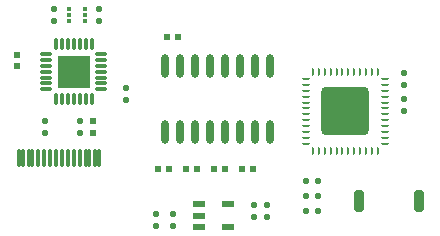
<source format=gtp>
G04*
G04 #@! TF.GenerationSoftware,Altium Limited,Altium Designer,21.9.2 (33)*
G04*
G04 Layer_Color=8421504*
%FSLAX25Y25*%
%MOIN*%
G70*
G04*
G04 #@! TF.SameCoordinates,B3B583D4-C640-4B2B-ADA5-D9C5F36933B9*
G04*
G04*
G04 #@! TF.FilePolarity,Positive*
G04*
G01*
G75*
G04:AMPARAMS|DCode=18|XSize=20mil|YSize=20mil|CornerRadius=5mil|HoleSize=0mil|Usage=FLASHONLY|Rotation=180.000|XOffset=0mil|YOffset=0mil|HoleType=Round|Shape=RoundedRectangle|*
%AMROUNDEDRECTD18*
21,1,0.02000,0.01000,0,0,180.0*
21,1,0.01000,0.02000,0,0,180.0*
1,1,0.01000,-0.00500,0.00500*
1,1,0.01000,0.00500,0.00500*
1,1,0.01000,0.00500,-0.00500*
1,1,0.01000,-0.00500,-0.00500*
%
%ADD18ROUNDEDRECTD18*%
%ADD19R,0.04134X0.02362*%
%ADD20R,0.01772X0.01181*%
%ADD21O,0.02400X0.08000*%
%ADD22R,0.02362X0.02165*%
G04:AMPARAMS|DCode=23|XSize=20mil|YSize=20mil|CornerRadius=5mil|HoleSize=0mil|Usage=FLASHONLY|Rotation=90.000|XOffset=0mil|YOffset=0mil|HoleType=Round|Shape=RoundedRectangle|*
%AMROUNDEDRECTD23*
21,1,0.02000,0.01000,0,0,90.0*
21,1,0.01000,0.02000,0,0,90.0*
1,1,0.01000,0.00500,0.00500*
1,1,0.01000,0.00500,-0.00500*
1,1,0.01000,-0.00500,-0.00500*
1,1,0.01000,-0.00500,0.00500*
%
%ADD23ROUNDEDRECTD23*%
%ADD24R,0.02165X0.02362*%
G04:AMPARAMS|DCode=25|XSize=12mil|YSize=38mil|CornerRadius=3mil|HoleSize=0mil|Usage=FLASHONLY|Rotation=0.000|XOffset=0mil|YOffset=0mil|HoleType=Round|Shape=RoundedRectangle|*
%AMROUNDEDRECTD25*
21,1,0.01200,0.03200,0,0,0.0*
21,1,0.00600,0.03800,0,0,0.0*
1,1,0.00600,0.00300,-0.01600*
1,1,0.00600,-0.00300,-0.01600*
1,1,0.00600,-0.00300,0.01600*
1,1,0.00600,0.00300,0.01600*
%
%ADD25ROUNDEDRECTD25*%
%ADD26R,0.11024X0.10630*%
G04:AMPARAMS|DCode=27|XSize=160mil|YSize=160mil|CornerRadius=16mil|HoleSize=0mil|Usage=FLASHONLY|Rotation=180.000|XOffset=0mil|YOffset=0mil|HoleType=Round|Shape=RoundedRectangle|*
%AMROUNDEDRECTD27*
21,1,0.16000,0.12800,0,0,180.0*
21,1,0.12800,0.16000,0,0,180.0*
1,1,0.03200,-0.06400,0.06400*
1,1,0.03200,0.06400,0.06400*
1,1,0.03200,0.06400,-0.06400*
1,1,0.03200,-0.06400,-0.06400*
%
%ADD27ROUNDEDRECTD27*%
G04:AMPARAMS|DCode=28|XSize=59.06mil|YSize=11.81mil|CornerRadius=2.95mil|HoleSize=0mil|Usage=FLASHONLY|Rotation=90.000|XOffset=0mil|YOffset=0mil|HoleType=Round|Shape=RoundedRectangle|*
%AMROUNDEDRECTD28*
21,1,0.05906,0.00591,0,0,90.0*
21,1,0.05315,0.01181,0,0,90.0*
1,1,0.00591,0.00295,0.02657*
1,1,0.00591,0.00295,-0.02657*
1,1,0.00591,-0.00295,-0.02657*
1,1,0.00591,-0.00295,0.02657*
%
%ADD28ROUNDEDRECTD28*%
G04:AMPARAMS|DCode=29|XSize=12mil|YSize=38mil|CornerRadius=3mil|HoleSize=0mil|Usage=FLASHONLY|Rotation=270.000|XOffset=0mil|YOffset=0mil|HoleType=Round|Shape=RoundedRectangle|*
%AMROUNDEDRECTD29*
21,1,0.01200,0.03200,0,0,270.0*
21,1,0.00600,0.03800,0,0,270.0*
1,1,0.00600,-0.01600,-0.00300*
1,1,0.00600,-0.01600,0.00300*
1,1,0.00600,0.01600,0.00300*
1,1,0.00600,0.01600,-0.00300*
%
%ADD29ROUNDEDRECTD29*%
G04:AMPARAMS|DCode=30|XSize=31.5mil|YSize=70.87mil|CornerRadius=7.87mil|HoleSize=0mil|Usage=FLASHONLY|Rotation=180.000|XOffset=0mil|YOffset=0mil|HoleType=Round|Shape=RoundedRectangle|*
%AMROUNDEDRECTD30*
21,1,0.03150,0.05512,0,0,180.0*
21,1,0.01575,0.07087,0,0,180.0*
1,1,0.01575,-0.00787,0.02756*
1,1,0.01575,0.00787,0.02756*
1,1,0.01575,0.00787,-0.02756*
1,1,0.01575,-0.00787,-0.02756*
%
%ADD30ROUNDEDRECTD30*%
G04:AMPARAMS|DCode=31|XSize=26.57mil|YSize=9.84mil|CornerRadius=2.46mil|HoleSize=0mil|Usage=FLASHONLY|Rotation=270.000|XOffset=0mil|YOffset=0mil|HoleType=Round|Shape=RoundedRectangle|*
%AMROUNDEDRECTD31*
21,1,0.02657,0.00492,0,0,270.0*
21,1,0.02165,0.00984,0,0,270.0*
1,1,0.00492,-0.00246,-0.01083*
1,1,0.00492,-0.00246,0.01083*
1,1,0.00492,0.00246,0.01083*
1,1,0.00492,0.00246,-0.01083*
%
%ADD31ROUNDEDRECTD31*%
G04:AMPARAMS|DCode=32|XSize=26.57mil|YSize=9.84mil|CornerRadius=2.46mil|HoleSize=0mil|Usage=FLASHONLY|Rotation=180.000|XOffset=0mil|YOffset=0mil|HoleType=Round|Shape=RoundedRectangle|*
%AMROUNDEDRECTD32*
21,1,0.02657,0.00492,0,0,180.0*
21,1,0.02165,0.00984,0,0,180.0*
1,1,0.00492,-0.01083,0.00246*
1,1,0.00492,0.01083,0.00246*
1,1,0.00492,0.01083,-0.00246*
1,1,0.00492,-0.01083,-0.00246*
%
%ADD32ROUNDEDRECTD32*%
D18*
X343500Y372500D02*
D03*
Y376500D02*
D03*
X349000Y372500D02*
D03*
Y376500D02*
D03*
X380500Y375500D02*
D03*
Y379500D02*
D03*
X376000Y375500D02*
D03*
Y379500D02*
D03*
X309500Y441000D02*
D03*
Y445000D02*
D03*
X324500D02*
D03*
Y441000D02*
D03*
X426000Y411000D02*
D03*
X318000Y407500D02*
D03*
X306500D02*
D03*
X333500Y418500D02*
D03*
Y414500D02*
D03*
X426000Y419500D02*
D03*
Y423500D02*
D03*
Y415000D02*
D03*
X318000Y403500D02*
D03*
X306500D02*
D03*
D19*
X367224Y379740D02*
D03*
Y372260D02*
D03*
X357776D02*
D03*
Y376000D02*
D03*
Y379740D02*
D03*
D20*
X314343Y444969D02*
D03*
Y443000D02*
D03*
Y441032D02*
D03*
X319658D02*
D03*
Y443000D02*
D03*
Y444969D02*
D03*
D21*
X346500Y404000D02*
D03*
X351500D02*
D03*
X356500D02*
D03*
X361500D02*
D03*
X366500D02*
D03*
X371500D02*
D03*
X376500D02*
D03*
X381500D02*
D03*
Y426000D02*
D03*
X376500D02*
D03*
X371500D02*
D03*
X366500D02*
D03*
X361500D02*
D03*
X356500D02*
D03*
X351500D02*
D03*
X346500D02*
D03*
D22*
X362753Y391500D02*
D03*
X366493D02*
D03*
X372130D02*
D03*
X375870D02*
D03*
X353377D02*
D03*
X357117D02*
D03*
X347740D02*
D03*
X344000D02*
D03*
X350740Y435500D02*
D03*
X347000D02*
D03*
D23*
X393500Y382500D02*
D03*
Y387500D02*
D03*
X397500Y377500D02*
D03*
X393500D02*
D03*
X397500Y387500D02*
D03*
Y382500D02*
D03*
D24*
X322500Y403630D02*
D03*
X297000Y425760D02*
D03*
X322500Y407370D02*
D03*
X297000Y429500D02*
D03*
D25*
X314032Y414850D02*
D03*
X310094D02*
D03*
X312063D02*
D03*
X316000D02*
D03*
X317969D02*
D03*
X319937D02*
D03*
X321905D02*
D03*
Y433150D02*
D03*
X319937D02*
D03*
X317969D02*
D03*
X316000D02*
D03*
X314032D02*
D03*
X312063D02*
D03*
X310094D02*
D03*
D26*
X316000Y424000D02*
D03*
D27*
X406516Y410738D02*
D03*
D28*
X297839Y395342D02*
D03*
X324217D02*
D03*
X323035D02*
D03*
X299020D02*
D03*
X300988D02*
D03*
X302169D02*
D03*
X304138D02*
D03*
X306106D02*
D03*
X308075D02*
D03*
X310043D02*
D03*
X312012D02*
D03*
X313980D02*
D03*
X315949D02*
D03*
X317917D02*
D03*
X319886D02*
D03*
X321067D02*
D03*
D29*
X325150Y418094D02*
D03*
Y420063D02*
D03*
Y422031D02*
D03*
Y424000D02*
D03*
Y425969D02*
D03*
Y427937D02*
D03*
Y429906D02*
D03*
X306850D02*
D03*
Y427937D02*
D03*
Y425969D02*
D03*
Y424000D02*
D03*
Y422031D02*
D03*
Y420063D02*
D03*
Y418094D02*
D03*
D30*
X410910Y381000D02*
D03*
X431000D02*
D03*
D31*
X417343Y397500D02*
D03*
X415374D02*
D03*
X413406D02*
D03*
X411437D02*
D03*
X409469D02*
D03*
X407500D02*
D03*
X405532D02*
D03*
X403563D02*
D03*
X401594D02*
D03*
X399626D02*
D03*
X397657D02*
D03*
X395689D02*
D03*
Y423976D02*
D03*
X397657D02*
D03*
X399626D02*
D03*
X401594D02*
D03*
X403563D02*
D03*
X405532D02*
D03*
X407500D02*
D03*
X409469D02*
D03*
X411437D02*
D03*
X413406D02*
D03*
X415374D02*
D03*
X417343D02*
D03*
D32*
X393278Y399911D02*
D03*
Y401880D02*
D03*
Y403848D02*
D03*
Y405817D02*
D03*
Y407785D02*
D03*
Y409754D02*
D03*
Y411722D02*
D03*
Y413691D02*
D03*
Y415660D02*
D03*
Y417628D02*
D03*
Y419596D02*
D03*
Y421565D02*
D03*
X419754D02*
D03*
Y419596D02*
D03*
Y417628D02*
D03*
Y415660D02*
D03*
Y413691D02*
D03*
Y411722D02*
D03*
Y409754D02*
D03*
Y407785D02*
D03*
Y405817D02*
D03*
Y403848D02*
D03*
Y401880D02*
D03*
Y399911D02*
D03*
M02*

</source>
